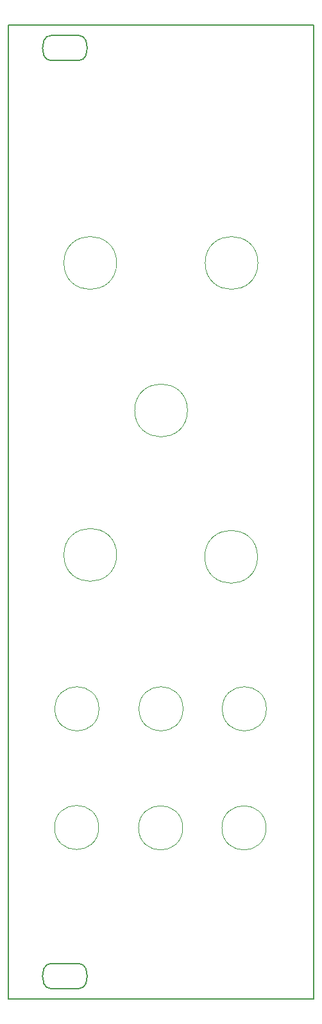
<source format=gm1>
G04 #@! TF.GenerationSoftware,KiCad,Pcbnew,(6.0.11-0)*
G04 #@! TF.CreationDate,2023-03-27T18:46:34+02:00*
G04 #@! TF.ProjectId,Moog-Filter-Panel,4d6f6f67-2d46-4696-9c74-65722d50616e,rev?*
G04 #@! TF.SameCoordinates,Original*
G04 #@! TF.FileFunction,Profile,NP*
%FSLAX46Y46*%
G04 Gerber Fmt 4.6, Leading zero omitted, Abs format (unit mm)*
G04 Created by KiCad (PCBNEW (6.0.11-0)) date 2023-03-27 18:46:34*
%MOMM*%
%LPD*%
G01*
G04 APERTURE LIST*
G04 #@! TA.AperFunction,Profile*
%ADD10C,0.200000*%
G04 #@! TD*
G04 #@! TA.AperFunction,Profile*
%ADD11C,0.100000*%
G04 #@! TD*
G04 APERTURE END LIST*
D10*
X156800000Y-148050000D02*
X116500000Y-148050000D01*
D11*
X130784713Y-51000000D02*
G75*
G03*
X130784713Y-51000000I-3484713J0D01*
G01*
X140134713Y-70450000D02*
G75*
G03*
X140134713Y-70450000I-3484713J0D01*
G01*
X150550000Y-109800000D02*
G75*
G03*
X150550000Y-109800000I-2912902J0D01*
G01*
D10*
X122175000Y-21000004D02*
G75*
G03*
X121169003Y-21667000I-60500J-1000896D01*
G01*
X121168999Y-21667000D02*
G75*
G03*
X121168999Y-23633000I2781001J-983000D01*
G01*
D11*
X139500000Y-125500000D02*
G75*
G03*
X139500000Y-125500000I-2912902J0D01*
G01*
D10*
X122075001Y-143400023D02*
G75*
G03*
X121169003Y-144067000I36699J-998677D01*
G01*
X116500000Y-19650000D02*
X156800000Y-19650000D01*
D11*
X128412902Y-125450000D02*
G75*
G03*
X128412902Y-125450000I-2912902J0D01*
G01*
D10*
X126731001Y-146033000D02*
G75*
G03*
X126731001Y-144067000I-2781001J983000D01*
G01*
X126731001Y-23633000D02*
G75*
G03*
X126731001Y-21667000I-2781001J983000D01*
G01*
X122112000Y-146700000D02*
X125788000Y-146700000D01*
X125787997Y-24299944D02*
G75*
G03*
X126730997Y-23633000I203J999844D01*
G01*
X125788000Y-21000000D02*
X122175000Y-21000000D01*
X122112000Y-24300000D02*
X125788000Y-24300000D01*
D11*
X149384713Y-89750000D02*
G75*
G03*
X149384713Y-89750000I-3484713J0D01*
G01*
X130784713Y-89500000D02*
G75*
G03*
X130784713Y-89500000I-3484713J0D01*
G01*
X139550000Y-109800000D02*
G75*
G03*
X139550000Y-109800000I-2912902J0D01*
G01*
D10*
X116500000Y-148050000D02*
X116500000Y-19650000D01*
X126731024Y-21666991D02*
G75*
G03*
X125787997Y-21000000I-942924J-333009D01*
G01*
X125787997Y-146699944D02*
G75*
G03*
X126730997Y-146033000I203J999844D01*
G01*
D11*
X150500000Y-125500000D02*
G75*
G03*
X150500000Y-125500000I-2912902J0D01*
G01*
D10*
X125787997Y-143400000D02*
X122075000Y-143400000D01*
X121169039Y-146032987D02*
G75*
G03*
X122112003Y-146700000I942861J332887D01*
G01*
X156800000Y-19650000D02*
X156800000Y-148050000D01*
X126731024Y-144066991D02*
G75*
G03*
X125787997Y-143400000I-942924J-333009D01*
G01*
D11*
X128450000Y-109800000D02*
G75*
G03*
X128450000Y-109800000I-2912902J0D01*
G01*
D10*
X121169039Y-23632987D02*
G75*
G03*
X122112003Y-24300000I942861J332887D01*
G01*
D11*
X149434713Y-51000000D02*
G75*
G03*
X149434713Y-51000000I-3484713J0D01*
G01*
D10*
X121168999Y-144067000D02*
G75*
G03*
X121168999Y-146033000I2781001J-983000D01*
G01*
M02*

</source>
